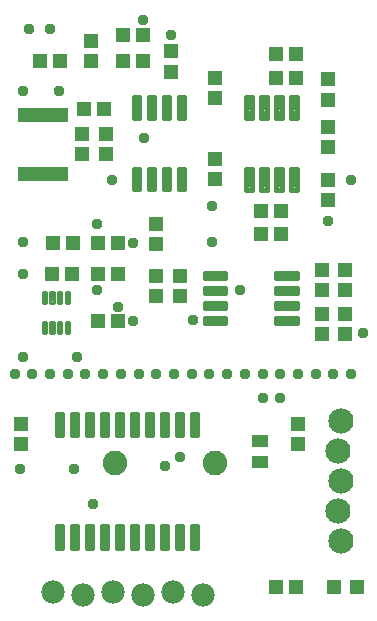
<source format=gts>
G75*
%MOIN*%
%OFA0B0*%
%FSLAX24Y24*%
%IPPOS*%
%LPD*%
%AMOC8*
5,1,8,0,0,1.08239X$1,22.5*
%
%ADD10R,0.1655X0.0474*%
%ADD11C,0.0178*%
%ADD12C,0.0780*%
%ADD13C,0.0158*%
%ADD14R,0.0513X0.0474*%
%ADD15R,0.0474X0.0513*%
%ADD16C,0.0109*%
%ADD17C,0.0840*%
%ADD18R,0.0552X0.0395*%
%ADD19C,0.0820*%
%ADD20C,0.0370*%
D10*
X001466Y014940D03*
X001466Y016908D03*
D11*
X004485Y016812D02*
X004663Y016812D01*
X004485Y016812D02*
X004485Y017500D01*
X004663Y017500D01*
X004663Y016812D01*
X004663Y016989D02*
X004485Y016989D01*
X004485Y017166D02*
X004663Y017166D01*
X004663Y017343D02*
X004485Y017343D01*
X004985Y016812D02*
X005163Y016812D01*
X004985Y016812D02*
X004985Y017500D01*
X005163Y017500D01*
X005163Y016812D01*
X005163Y016989D02*
X004985Y016989D01*
X004985Y017166D02*
X005163Y017166D01*
X005163Y017343D02*
X004985Y017343D01*
X005485Y016812D02*
X005663Y016812D01*
X005485Y016812D02*
X005485Y017500D01*
X005663Y017500D01*
X005663Y016812D01*
X005663Y016989D02*
X005485Y016989D01*
X005485Y017166D02*
X005663Y017166D01*
X005663Y017343D02*
X005485Y017343D01*
X005985Y016812D02*
X006163Y016812D01*
X005985Y016812D02*
X005985Y017500D01*
X006163Y017500D01*
X006163Y016812D01*
X006163Y016989D02*
X005985Y016989D01*
X005985Y017166D02*
X006163Y017166D01*
X006163Y017343D02*
X005985Y017343D01*
X005985Y014419D02*
X006163Y014419D01*
X005985Y014419D02*
X005985Y015107D01*
X006163Y015107D01*
X006163Y014419D01*
X006163Y014596D02*
X005985Y014596D01*
X005985Y014773D02*
X006163Y014773D01*
X006163Y014950D02*
X005985Y014950D01*
X005663Y014419D02*
X005485Y014419D01*
X005485Y015107D01*
X005663Y015107D01*
X005663Y014419D01*
X005663Y014596D02*
X005485Y014596D01*
X005485Y014773D02*
X005663Y014773D01*
X005663Y014950D02*
X005485Y014950D01*
X005163Y014419D02*
X004985Y014419D01*
X004985Y015107D01*
X005163Y015107D01*
X005163Y014419D01*
X005163Y014596D02*
X004985Y014596D01*
X004985Y014773D02*
X005163Y014773D01*
X005163Y014950D02*
X004985Y014950D01*
X004663Y014419D02*
X004485Y014419D01*
X004485Y015107D01*
X004663Y015107D01*
X004663Y014419D01*
X004663Y014596D02*
X004485Y014596D01*
X004485Y014773D02*
X004663Y014773D01*
X004663Y014950D02*
X004485Y014950D01*
X007526Y011649D02*
X007526Y011471D01*
X006838Y011471D01*
X006838Y011649D01*
X007526Y011649D01*
X007526Y011648D02*
X006838Y011648D01*
X007526Y011149D02*
X007526Y010971D01*
X006838Y010971D01*
X006838Y011149D01*
X007526Y011149D01*
X007526Y011148D02*
X006838Y011148D01*
X007526Y010649D02*
X007526Y010471D01*
X006838Y010471D01*
X006838Y010649D01*
X007526Y010649D01*
X007526Y010648D02*
X006838Y010648D01*
X007526Y010149D02*
X007526Y009971D01*
X006838Y009971D01*
X006838Y010149D01*
X007526Y010149D01*
X007526Y010148D02*
X006838Y010148D01*
X009920Y010149D02*
X009920Y009971D01*
X009232Y009971D01*
X009232Y010149D01*
X009920Y010149D01*
X009920Y010148D02*
X009232Y010148D01*
X009920Y010471D02*
X009920Y010649D01*
X009920Y010471D02*
X009232Y010471D01*
X009232Y010649D01*
X009920Y010649D01*
X009920Y010648D02*
X009232Y010648D01*
X009920Y010971D02*
X009920Y011149D01*
X009920Y010971D02*
X009232Y010971D01*
X009232Y011149D01*
X009920Y011149D01*
X009920Y011148D02*
X009232Y011148D01*
X009920Y011471D02*
X009920Y011649D01*
X009920Y011471D02*
X009232Y011471D01*
X009232Y011649D01*
X009920Y011649D01*
X009920Y011648D02*
X009232Y011648D01*
X009233Y015097D02*
X009411Y015097D01*
X009411Y014409D01*
X009233Y014409D01*
X009233Y015097D01*
X009233Y014586D02*
X009411Y014586D01*
X009411Y014763D02*
X009233Y014763D01*
X009233Y014940D02*
X009411Y014940D01*
X009733Y015097D02*
X009911Y015097D01*
X009911Y014409D01*
X009733Y014409D01*
X009733Y015097D01*
X009733Y014586D02*
X009911Y014586D01*
X009911Y014763D02*
X009733Y014763D01*
X009733Y014940D02*
X009911Y014940D01*
X008911Y015097D02*
X008733Y015097D01*
X008911Y015097D02*
X008911Y014409D01*
X008733Y014409D01*
X008733Y015097D01*
X008733Y014586D02*
X008911Y014586D01*
X008911Y014763D02*
X008733Y014763D01*
X008733Y014940D02*
X008911Y014940D01*
X008411Y015097D02*
X008233Y015097D01*
X008411Y015097D02*
X008411Y014409D01*
X008233Y014409D01*
X008233Y015097D01*
X008233Y014586D02*
X008411Y014586D01*
X008411Y014763D02*
X008233Y014763D01*
X008233Y014940D02*
X008411Y014940D01*
X008411Y017491D02*
X008233Y017491D01*
X008411Y017491D02*
X008411Y016803D01*
X008233Y016803D01*
X008233Y017491D01*
X008233Y016980D02*
X008411Y016980D01*
X008411Y017157D02*
X008233Y017157D01*
X008233Y017334D02*
X008411Y017334D01*
X008733Y017491D02*
X008911Y017491D01*
X008911Y016803D01*
X008733Y016803D01*
X008733Y017491D01*
X008733Y016980D02*
X008911Y016980D01*
X008911Y017157D02*
X008733Y017157D01*
X008733Y017334D02*
X008911Y017334D01*
X009233Y017491D02*
X009411Y017491D01*
X009411Y016803D01*
X009233Y016803D01*
X009233Y017491D01*
X009233Y016980D02*
X009411Y016980D01*
X009411Y017157D02*
X009233Y017157D01*
X009233Y017334D02*
X009411Y017334D01*
X009733Y017491D02*
X009911Y017491D01*
X009911Y016803D01*
X009733Y016803D01*
X009733Y017491D01*
X009733Y016980D02*
X009911Y016980D01*
X009911Y017157D02*
X009733Y017157D01*
X009733Y017334D02*
X009911Y017334D01*
D12*
X001785Y001017D03*
X002785Y000917D03*
X003785Y001017D03*
X004785Y000917D03*
X005785Y001017D03*
X006785Y000917D03*
D13*
X006574Y002479D02*
X006416Y002479D01*
X006416Y003187D01*
X006574Y003187D01*
X006574Y002479D01*
X006574Y002636D02*
X006416Y002636D01*
X006416Y002793D02*
X006574Y002793D01*
X006574Y002950D02*
X006416Y002950D01*
X006416Y003107D02*
X006574Y003107D01*
X006074Y002479D02*
X005916Y002479D01*
X005916Y003187D01*
X006074Y003187D01*
X006074Y002479D01*
X006074Y002636D02*
X005916Y002636D01*
X005916Y002793D02*
X006074Y002793D01*
X006074Y002950D02*
X005916Y002950D01*
X005916Y003107D02*
X006074Y003107D01*
X005574Y002479D02*
X005416Y002479D01*
X005416Y003187D01*
X005574Y003187D01*
X005574Y002479D01*
X005574Y002636D02*
X005416Y002636D01*
X005416Y002793D02*
X005574Y002793D01*
X005574Y002950D02*
X005416Y002950D01*
X005416Y003107D02*
X005574Y003107D01*
X005074Y002479D02*
X004916Y002479D01*
X004916Y003187D01*
X005074Y003187D01*
X005074Y002479D01*
X005074Y002636D02*
X004916Y002636D01*
X004916Y002793D02*
X005074Y002793D01*
X005074Y002950D02*
X004916Y002950D01*
X004916Y003107D02*
X005074Y003107D01*
X004574Y002479D02*
X004416Y002479D01*
X004416Y003187D01*
X004574Y003187D01*
X004574Y002479D01*
X004574Y002636D02*
X004416Y002636D01*
X004416Y002793D02*
X004574Y002793D01*
X004574Y002950D02*
X004416Y002950D01*
X004416Y003107D02*
X004574Y003107D01*
X004074Y002479D02*
X003916Y002479D01*
X003916Y003187D01*
X004074Y003187D01*
X004074Y002479D01*
X004074Y002636D02*
X003916Y002636D01*
X003916Y002793D02*
X004074Y002793D01*
X004074Y002950D02*
X003916Y002950D01*
X003916Y003107D02*
X004074Y003107D01*
X003574Y002479D02*
X003416Y002479D01*
X003416Y003187D01*
X003574Y003187D01*
X003574Y002479D01*
X003574Y002636D02*
X003416Y002636D01*
X003416Y002793D02*
X003574Y002793D01*
X003574Y002950D02*
X003416Y002950D01*
X003416Y003107D02*
X003574Y003107D01*
X003074Y002479D02*
X002916Y002479D01*
X002916Y003187D01*
X003074Y003187D01*
X003074Y002479D01*
X003074Y002636D02*
X002916Y002636D01*
X002916Y002793D02*
X003074Y002793D01*
X003074Y002950D02*
X002916Y002950D01*
X002916Y003107D02*
X003074Y003107D01*
X002574Y002479D02*
X002416Y002479D01*
X002416Y003187D01*
X002574Y003187D01*
X002574Y002479D01*
X002574Y002636D02*
X002416Y002636D01*
X002416Y002793D02*
X002574Y002793D01*
X002574Y002950D02*
X002416Y002950D01*
X002416Y003107D02*
X002574Y003107D01*
X002074Y002479D02*
X001916Y002479D01*
X001916Y003187D01*
X002074Y003187D01*
X002074Y002479D01*
X002074Y002636D02*
X001916Y002636D01*
X001916Y002793D02*
X002074Y002793D01*
X002074Y002950D02*
X001916Y002950D01*
X001916Y003107D02*
X002074Y003107D01*
X002074Y006229D02*
X001916Y006229D01*
X001916Y006937D01*
X002074Y006937D01*
X002074Y006229D01*
X002074Y006386D02*
X001916Y006386D01*
X001916Y006543D02*
X002074Y006543D01*
X002074Y006700D02*
X001916Y006700D01*
X001916Y006857D02*
X002074Y006857D01*
X002416Y006229D02*
X002574Y006229D01*
X002416Y006229D02*
X002416Y006937D01*
X002574Y006937D01*
X002574Y006229D01*
X002574Y006386D02*
X002416Y006386D01*
X002416Y006543D02*
X002574Y006543D01*
X002574Y006700D02*
X002416Y006700D01*
X002416Y006857D02*
X002574Y006857D01*
X002916Y006229D02*
X003074Y006229D01*
X002916Y006229D02*
X002916Y006937D01*
X003074Y006937D01*
X003074Y006229D01*
X003074Y006386D02*
X002916Y006386D01*
X002916Y006543D02*
X003074Y006543D01*
X003074Y006700D02*
X002916Y006700D01*
X002916Y006857D02*
X003074Y006857D01*
X003416Y006229D02*
X003574Y006229D01*
X003416Y006229D02*
X003416Y006937D01*
X003574Y006937D01*
X003574Y006229D01*
X003574Y006386D02*
X003416Y006386D01*
X003416Y006543D02*
X003574Y006543D01*
X003574Y006700D02*
X003416Y006700D01*
X003416Y006857D02*
X003574Y006857D01*
X003916Y006229D02*
X004074Y006229D01*
X003916Y006229D02*
X003916Y006937D01*
X004074Y006937D01*
X004074Y006229D01*
X004074Y006386D02*
X003916Y006386D01*
X003916Y006543D02*
X004074Y006543D01*
X004074Y006700D02*
X003916Y006700D01*
X003916Y006857D02*
X004074Y006857D01*
X004416Y006229D02*
X004574Y006229D01*
X004416Y006229D02*
X004416Y006937D01*
X004574Y006937D01*
X004574Y006229D01*
X004574Y006386D02*
X004416Y006386D01*
X004416Y006543D02*
X004574Y006543D01*
X004574Y006700D02*
X004416Y006700D01*
X004416Y006857D02*
X004574Y006857D01*
X004916Y006229D02*
X005074Y006229D01*
X004916Y006229D02*
X004916Y006937D01*
X005074Y006937D01*
X005074Y006229D01*
X005074Y006386D02*
X004916Y006386D01*
X004916Y006543D02*
X005074Y006543D01*
X005074Y006700D02*
X004916Y006700D01*
X004916Y006857D02*
X005074Y006857D01*
X005416Y006229D02*
X005574Y006229D01*
X005416Y006229D02*
X005416Y006937D01*
X005574Y006937D01*
X005574Y006229D01*
X005574Y006386D02*
X005416Y006386D01*
X005416Y006543D02*
X005574Y006543D01*
X005574Y006700D02*
X005416Y006700D01*
X005416Y006857D02*
X005574Y006857D01*
X005916Y006229D02*
X006074Y006229D01*
X005916Y006229D02*
X005916Y006937D01*
X006074Y006937D01*
X006074Y006229D01*
X006074Y006386D02*
X005916Y006386D01*
X005916Y006543D02*
X006074Y006543D01*
X006074Y006700D02*
X005916Y006700D01*
X005916Y006857D02*
X006074Y006857D01*
X006416Y006229D02*
X006574Y006229D01*
X006416Y006229D02*
X006416Y006937D01*
X006574Y006937D01*
X006574Y006229D01*
X006574Y006386D02*
X006416Y006386D01*
X006416Y006543D02*
X006574Y006543D01*
X006574Y006700D02*
X006416Y006700D01*
X006416Y006857D02*
X006574Y006857D01*
D14*
X003940Y010023D03*
X003271Y010023D03*
X003271Y011597D03*
X003940Y011597D03*
X003940Y012631D03*
X003271Y012631D03*
X002464Y012631D03*
X002414Y011597D03*
X001745Y011597D03*
X001794Y012631D03*
X002828Y017109D03*
X003497Y017109D03*
X004107Y018684D03*
X004107Y019570D03*
X004777Y019570D03*
X004777Y018684D03*
X002021Y018684D03*
X001351Y018684D03*
X008733Y013713D03*
X008733Y012926D03*
X009403Y012926D03*
X009403Y013713D03*
X009225Y018143D03*
X009225Y018930D03*
X009895Y018930D03*
X009895Y018143D03*
X009895Y001164D03*
X009225Y001164D03*
X011145Y001164D03*
X011912Y001164D03*
D15*
X009954Y005948D03*
X009954Y006617D03*
X010741Y009589D03*
X010741Y010259D03*
X010741Y011066D03*
X010741Y011735D03*
X011529Y011735D03*
X011529Y011066D03*
X011529Y010259D03*
X011529Y009589D03*
X010938Y014068D03*
X010938Y014737D03*
X010938Y015839D03*
X010938Y016509D03*
X010938Y017414D03*
X010938Y018084D03*
X007198Y018133D03*
X007198Y017463D03*
X007198Y015426D03*
X007198Y014757D03*
X005229Y013261D03*
X005229Y012591D03*
X005229Y011538D03*
X005229Y010869D03*
X006017Y010869D03*
X006017Y011538D03*
X003556Y015593D03*
X003556Y016263D03*
X002769Y016263D03*
X002769Y015593D03*
X003064Y018694D03*
X003064Y019363D03*
X005722Y019019D03*
X005722Y018349D03*
X000722Y006587D03*
X000722Y005918D03*
D16*
X001444Y009623D02*
X001444Y009989D01*
X001554Y009989D01*
X001554Y009623D01*
X001444Y009623D01*
X001444Y009731D02*
X001554Y009731D01*
X001554Y009839D02*
X001444Y009839D01*
X001444Y009947D02*
X001554Y009947D01*
X001700Y009989D02*
X001700Y009623D01*
X001700Y009989D02*
X001810Y009989D01*
X001810Y009623D01*
X001700Y009623D01*
X001700Y009731D02*
X001810Y009731D01*
X001810Y009839D02*
X001700Y009839D01*
X001700Y009947D02*
X001810Y009947D01*
X001956Y009989D02*
X001956Y009623D01*
X001956Y009989D02*
X002066Y009989D01*
X002066Y009623D01*
X001956Y009623D01*
X001956Y009731D02*
X002066Y009731D01*
X002066Y009839D02*
X001956Y009839D01*
X001956Y009947D02*
X002066Y009947D01*
X002212Y009989D02*
X002212Y009623D01*
X002212Y009989D02*
X002322Y009989D01*
X002322Y009623D01*
X002212Y009623D01*
X002212Y009731D02*
X002322Y009731D01*
X002322Y009839D02*
X002212Y009839D01*
X002212Y009947D02*
X002322Y009947D01*
X002212Y010647D02*
X002212Y011013D01*
X002322Y011013D01*
X002322Y010647D01*
X002212Y010647D01*
X002212Y010755D02*
X002322Y010755D01*
X002322Y010863D02*
X002212Y010863D01*
X002212Y010971D02*
X002322Y010971D01*
X001956Y011013D02*
X001956Y010647D01*
X001956Y011013D02*
X002066Y011013D01*
X002066Y010647D01*
X001956Y010647D01*
X001956Y010755D02*
X002066Y010755D01*
X002066Y010863D02*
X001956Y010863D01*
X001956Y010971D02*
X002066Y010971D01*
X001700Y011013D02*
X001700Y010647D01*
X001700Y011013D02*
X001810Y011013D01*
X001810Y010647D01*
X001700Y010647D01*
X001700Y010755D02*
X001810Y010755D01*
X001810Y010863D02*
X001700Y010863D01*
X001700Y010971D02*
X001810Y010971D01*
X001444Y011013D02*
X001444Y010647D01*
X001444Y011013D02*
X001554Y011013D01*
X001554Y010647D01*
X001444Y010647D01*
X001444Y010755D02*
X001554Y010755D01*
X001554Y010863D02*
X001444Y010863D01*
X001444Y010971D02*
X001554Y010971D01*
D17*
X011282Y005708D03*
X011382Y006708D03*
X011382Y004708D03*
X011282Y003708D03*
X011382Y002708D03*
D18*
X008674Y005337D03*
X008674Y006046D03*
D19*
X007198Y005298D03*
X003851Y005298D03*
D20*
X003113Y003920D03*
X002474Y005101D03*
X000702Y005101D03*
X000505Y008251D03*
X000800Y008841D03*
X001096Y008251D03*
X001686Y008251D03*
X002277Y008251D03*
X002572Y008841D03*
X002867Y008251D03*
X003458Y008251D03*
X004048Y008251D03*
X004639Y008251D03*
X005229Y008251D03*
X005820Y008251D03*
X006411Y008251D03*
X007001Y008251D03*
X007592Y008251D03*
X008182Y008251D03*
X008773Y008251D03*
X008773Y007463D03*
X009363Y007463D03*
X009363Y008251D03*
X009954Y008251D03*
X010544Y008251D03*
X011135Y008251D03*
X011725Y008251D03*
X012119Y009629D03*
X010938Y013369D03*
X011725Y014747D03*
X008035Y011056D03*
X007099Y012680D03*
X007099Y013861D03*
X004836Y016125D03*
X003753Y014747D03*
X003261Y013271D03*
X004442Y012641D03*
X003261Y011056D03*
X003950Y010515D03*
X004442Y010023D03*
X006460Y010072D03*
X006017Y005495D03*
X005525Y005200D03*
X000800Y011597D03*
X000800Y012680D03*
X000800Y017700D03*
X001981Y017700D03*
X001686Y019767D03*
X000997Y019767D03*
X004786Y020062D03*
X005722Y019570D03*
M02*

</source>
